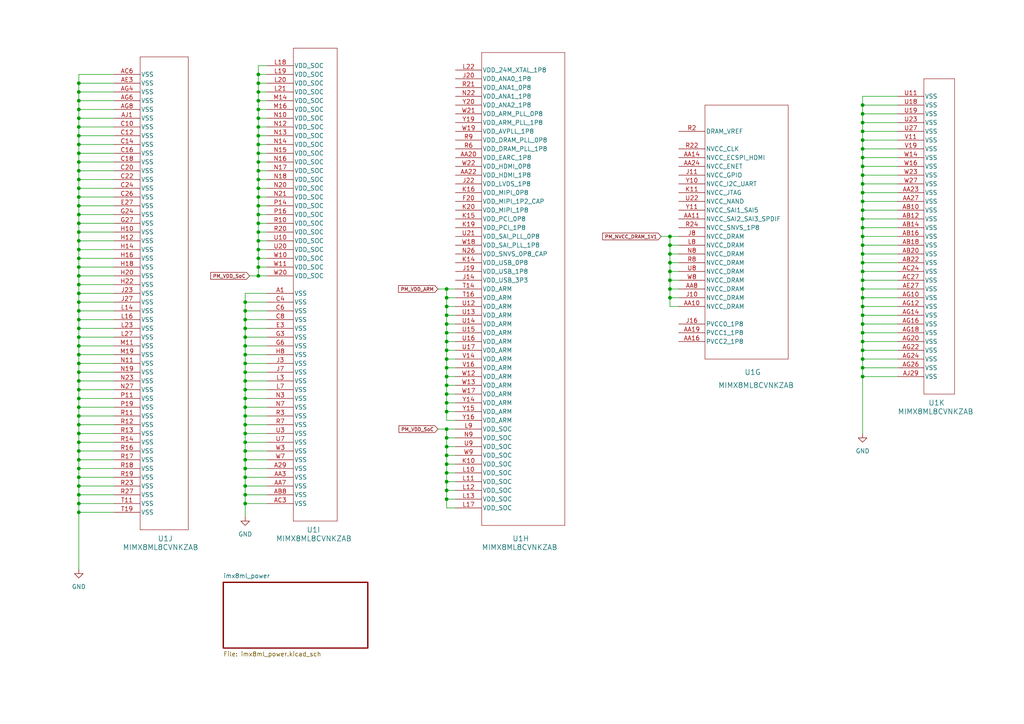
<source format=kicad_sch>
(kicad_sch (version 20230121) (generator eeschema)
  (paper "A4")
  (junction (at 250.19 104.14))
  (junction (at 22.86 49.53))
  (junction (at 74.93 29.21))
  (junction (at 74.93 21.59))
  (junction (at 22.86 97.79))
  (junction (at 250.19 58.42))
  (junction (at 250.19 91.44))
  (junction (at 250.19 88.9))
  (junction (at 250.19 83.82))
  (junction (at 74.93 67.31))
  (junction (at 129.54 93.98))
  (junction (at 250.19 86.36))
  (junction (at 129.54 144.78))
  (junction (at 71.12 110.49))
  (junction (at 74.93 49.53))
  (junction (at 250.19 68.58))
  (junction (at 71.12 100.33))
  (junction (at 22.86 36.83))
  (junction (at 74.93 46.99))
  (junction (at 250.19 109.22))
  (junction (at 22.86 62.23))
  (junction (at 74.93 74.93))
  (junction (at 129.54 86.36))
  (junction (at 22.86 29.21))
  (junction (at 22.86 105.41))
  (junction (at 194.31 76.2))
  (junction (at 71.12 125.73))
  (junction (at 129.54 83.82))
  (junction (at 194.31 83.82))
  (junction (at 250.19 48.26))
  (junction (at 250.19 38.1))
  (junction (at 22.86 110.49))
  (junction (at 129.54 106.68))
  (junction (at 22.86 59.69))
  (junction (at 71.12 113.03))
  (junction (at 129.54 137.16))
  (junction (at 71.12 118.11))
  (junction (at 129.54 127))
  (junction (at 22.86 74.93))
  (junction (at 194.31 73.66))
  (junction (at 250.19 93.98))
  (junction (at 71.12 115.57))
  (junction (at 250.19 63.5))
  (junction (at 71.12 130.81))
  (junction (at 129.54 116.84))
  (junction (at 22.86 140.97))
  (junction (at 22.86 100.33))
  (junction (at 74.93 39.37))
  (junction (at 22.86 95.25))
  (junction (at 194.31 68.58))
  (junction (at 250.19 106.68))
  (junction (at 22.86 102.87))
  (junction (at 71.12 123.19))
  (junction (at 22.86 87.63))
  (junction (at 129.54 101.6))
  (junction (at 250.19 35.56))
  (junction (at 250.19 81.28))
  (junction (at 250.19 60.96))
  (junction (at 22.86 113.03))
  (junction (at 74.93 31.75))
  (junction (at 22.86 57.15))
  (junction (at 71.12 105.41))
  (junction (at 22.86 146.05))
  (junction (at 74.93 52.07))
  (junction (at 250.19 40.64))
  (junction (at 74.93 24.13))
  (junction (at 71.12 140.97))
  (junction (at 74.93 57.15))
  (junction (at 74.93 77.47))
  (junction (at 129.54 96.52))
  (junction (at 22.86 135.89))
  (junction (at 74.93 26.67))
  (junction (at 129.54 124.46))
  (junction (at 22.86 67.31))
  (junction (at 22.86 39.37))
  (junction (at 250.19 55.88))
  (junction (at 250.19 50.8))
  (junction (at 22.86 34.29))
  (junction (at 129.54 88.9))
  (junction (at 22.86 64.77))
  (junction (at 194.31 86.36))
  (junction (at 71.12 128.27))
  (junction (at 129.54 142.24))
  (junction (at 129.54 139.7))
  (junction (at 250.19 71.12))
  (junction (at 250.19 101.6))
  (junction (at 22.86 115.57))
  (junction (at 129.54 134.62))
  (junction (at 71.12 92.71))
  (junction (at 22.86 26.67))
  (junction (at 22.86 107.95))
  (junction (at 22.86 120.65))
  (junction (at 71.12 135.89))
  (junction (at 250.19 76.2))
  (junction (at 22.86 41.91))
  (junction (at 74.93 64.77))
  (junction (at 71.12 143.51))
  (junction (at 74.93 80.01))
  (junction (at 74.93 44.45))
  (junction (at 22.86 44.45))
  (junction (at 74.93 62.23))
  (junction (at 71.12 107.95))
  (junction (at 194.31 81.28))
  (junction (at 74.93 41.91))
  (junction (at 129.54 129.54))
  (junction (at 71.12 95.25))
  (junction (at 22.86 82.55))
  (junction (at 22.86 118.11))
  (junction (at 250.19 99.06))
  (junction (at 194.31 78.74))
  (junction (at 74.93 59.69))
  (junction (at 22.86 77.47))
  (junction (at 71.12 133.35))
  (junction (at 22.86 46.99))
  (junction (at 129.54 119.38))
  (junction (at 71.12 120.65))
  (junction (at 129.54 91.44))
  (junction (at 22.86 138.43))
  (junction (at 250.19 73.66))
  (junction (at 250.19 53.34))
  (junction (at 129.54 132.08))
  (junction (at 250.19 45.72))
  (junction (at 129.54 114.3))
  (junction (at 250.19 78.74))
  (junction (at 71.12 90.17))
  (junction (at 194.31 71.12))
  (junction (at 71.12 102.87))
  (junction (at 22.86 85.09))
  (junction (at 22.86 125.73))
  (junction (at 22.86 133.35))
  (junction (at 74.93 54.61))
  (junction (at 22.86 31.75))
  (junction (at 22.86 90.17))
  (junction (at 250.19 96.52))
  (junction (at 71.12 87.63))
  (junction (at 74.93 36.83))
  (junction (at 22.86 148.59))
  (junction (at 22.86 143.51))
  (junction (at 22.86 92.71))
  (junction (at 22.86 52.07))
  (junction (at 22.86 54.61))
  (junction (at 250.19 43.18))
  (junction (at 22.86 80.01))
  (junction (at 129.54 111.76))
  (junction (at 250.19 66.04))
  (junction (at 22.86 69.85))
  (junction (at 71.12 97.79))
  (junction (at 74.93 34.29))
  (junction (at 74.93 69.85))
  (junction (at 74.93 72.39))
  (junction (at 22.86 24.13))
  (junction (at 22.86 123.19))
  (junction (at 129.54 99.06))
  (junction (at 129.54 104.14))
  (junction (at 250.19 30.48))
  (junction (at 129.54 109.22))
  (junction (at 71.12 138.43))
  (junction (at 250.19 33.02))
  (junction (at 22.86 128.27))
  (junction (at 22.86 72.39))
  (junction (at 71.12 146.05))
  (junction (at 22.86 130.81))
  (wire (pts (xy 250.19 48.26) (xy 250.19 50.8)))
  (wire (pts (xy 22.86 87.63) (xy 22.86 90.17)))
  (wire (pts (xy 129.54 142.24) (xy 132.08 142.24)))
  (wire (pts (xy 77.47 87.63) (xy 71.12 87.63)))
  (wire (pts (xy 74.93 57.15) (xy 74.93 54.61)))
  (wire (pts (xy 33.02 92.71) (xy 22.86 92.71)))
  (wire (pts (xy 74.93 21.59) (xy 77.47 21.59)))
  (wire (pts (xy 129.54 119.38) (xy 132.08 119.38)))
  (wire (pts (xy 71.12 140.97) (xy 71.12 143.51)))
  (wire (pts (xy 260.35 55.88) (xy 250.19 55.88)))
  (wire (pts (xy 33.02 140.97) (xy 22.86 140.97)))
  (wire (pts (xy 77.47 125.73) (xy 71.12 125.73)))
  (wire (pts (xy 74.93 80.01) (xy 74.93 77.47)))
  (wire (pts (xy 129.54 109.22) (xy 129.54 111.76)))
  (wire (pts (xy 250.19 38.1) (xy 250.19 40.64)))
  (wire (pts (xy 260.35 81.28) (xy 250.19 81.28)))
  (wire (pts (xy 77.47 95.25) (xy 71.12 95.25)))
  (wire (pts (xy 129.54 96.52) (xy 132.08 96.52)))
  (wire (pts (xy 194.31 68.58) (xy 194.31 71.12)))
  (wire (pts (xy 129.54 109.22) (xy 132.08 109.22)))
  (wire (pts (xy 22.86 90.17) (xy 22.86 92.71)))
  (wire (pts (xy 71.12 146.05) (xy 71.12 149.86)))
  (wire (pts (xy 22.86 102.87) (xy 22.86 105.41)))
  (wire (pts (xy 129.54 101.6) (xy 132.08 101.6)))
  (wire (pts (xy 194.31 81.28) (xy 196.85 81.28)))
  (wire (pts (xy 260.35 99.06) (xy 250.19 99.06)))
  (wire (pts (xy 260.35 68.58) (xy 250.19 68.58)))
  (wire (pts (xy 260.35 78.74) (xy 250.19 78.74)))
  (wire (pts (xy 33.02 118.11) (xy 22.86 118.11)))
  (wire (pts (xy 71.12 118.11) (xy 71.12 120.65)))
  (wire (pts (xy 129.54 144.78) (xy 129.54 147.32)))
  (wire (pts (xy 129.54 86.36) (xy 129.54 88.9)))
  (wire (pts (xy 74.93 52.07) (xy 77.47 52.07)))
  (wire (pts (xy 33.02 87.63) (xy 22.86 87.63)))
  (wire (pts (xy 22.86 128.27) (xy 22.86 130.81)))
  (wire (pts (xy 260.35 106.68) (xy 250.19 106.68)))
  (wire (pts (xy 22.86 49.53) (xy 22.86 52.07)))
  (wire (pts (xy 260.35 38.1) (xy 250.19 38.1)))
  (wire (pts (xy 33.02 36.83) (xy 22.86 36.83)))
  (wire (pts (xy 250.19 40.64) (xy 250.19 43.18)))
  (wire (pts (xy 250.19 45.72) (xy 250.19 48.26)))
  (wire (pts (xy 129.54 132.08) (xy 129.54 134.62)))
  (wire (pts (xy 129.54 88.9) (xy 132.08 88.9)))
  (wire (pts (xy 33.02 69.85) (xy 22.86 69.85)))
  (wire (pts (xy 194.31 78.74) (xy 194.31 81.28)))
  (wire (pts (xy 129.54 106.68) (xy 129.54 109.22)))
  (wire (pts (xy 22.86 36.83) (xy 22.86 39.37)))
  (wire (pts (xy 22.86 146.05) (xy 22.86 148.59)))
  (wire (pts (xy 33.02 143.51) (xy 22.86 143.51)))
  (wire (pts (xy 33.02 64.77) (xy 22.86 64.77)))
  (wire (pts (xy 260.35 83.82) (xy 250.19 83.82)))
  (wire (pts (xy 250.19 109.22) (xy 250.19 125.73)))
  (wire (pts (xy 260.35 53.34) (xy 250.19 53.34)))
  (wire (pts (xy 33.02 138.43) (xy 22.86 138.43)))
  (wire (pts (xy 250.19 88.9) (xy 250.19 91.44)))
  (wire (pts (xy 33.02 107.95) (xy 22.86 107.95)))
  (wire (pts (xy 260.35 93.98) (xy 250.19 93.98)))
  (wire (pts (xy 22.86 92.71) (xy 22.86 95.25)))
  (wire (pts (xy 71.12 90.17) (xy 71.12 92.71)))
  (wire (pts (xy 194.31 76.2) (xy 194.31 78.74)))
  (wire (pts (xy 74.93 26.67) (xy 77.47 26.67)))
  (wire (pts (xy 194.31 78.74) (xy 196.85 78.74)))
  (wire (pts (xy 22.86 95.25) (xy 22.86 97.79)))
  (wire (pts (xy 260.35 76.2) (xy 250.19 76.2)))
  (wire (pts (xy 33.02 74.93) (xy 22.86 74.93)))
  (wire (pts (xy 71.12 123.19) (xy 71.12 125.73)))
  (wire (pts (xy 71.12 107.95) (xy 71.12 110.49)))
  (wire (pts (xy 74.93 44.45) (xy 77.47 44.45)))
  (wire (pts (xy 71.12 95.25) (xy 71.12 97.79)))
  (wire (pts (xy 74.93 46.99) (xy 77.47 46.99)))
  (wire (pts (xy 74.93 36.83) (xy 74.93 34.29)))
  (wire (pts (xy 33.02 77.47) (xy 22.86 77.47)))
  (wire (pts (xy 22.86 123.19) (xy 22.86 125.73)))
  (wire (pts (xy 33.02 123.19) (xy 22.86 123.19)))
  (wire (pts (xy 22.86 72.39) (xy 22.86 74.93)))
  (wire (pts (xy 129.54 91.44) (xy 132.08 91.44)))
  (wire (pts (xy 194.31 88.9) (xy 196.85 88.9)))
  (wire (pts (xy 33.02 113.03) (xy 22.86 113.03)))
  (wire (pts (xy 129.54 137.16) (xy 129.54 139.7)))
  (wire (pts (xy 33.02 97.79) (xy 22.86 97.79)))
  (wire (pts (xy 74.93 59.69) (xy 74.93 57.15)))
  (wire (pts (xy 33.02 26.67) (xy 22.86 26.67)))
  (wire (pts (xy 250.19 27.94) (xy 250.19 30.48)))
  (wire (pts (xy 129.54 127) (xy 129.54 129.54)))
  (wire (pts (xy 22.86 67.31) (xy 22.86 69.85)))
  (wire (pts (xy 22.86 113.03) (xy 22.86 115.57)))
  (wire (pts (xy 250.19 63.5) (xy 250.19 66.04)))
  (wire (pts (xy 191.77 68.58) (xy 194.31 68.58)))
  (wire (pts (xy 74.93 36.83) (xy 77.47 36.83)))
  (wire (pts (xy 129.54 83.82) (xy 129.54 86.36)))
  (wire (pts (xy 33.02 21.59) (xy 22.86 21.59)))
  (wire (pts (xy 194.31 81.28) (xy 194.31 83.82)))
  (wire (pts (xy 71.12 97.79) (xy 71.12 100.33)))
  (wire (pts (xy 260.35 96.52) (xy 250.19 96.52)))
  (wire (pts (xy 74.93 67.31) (xy 77.47 67.31)))
  (wire (pts (xy 260.35 35.56) (xy 250.19 35.56)))
  (wire (pts (xy 77.47 102.87) (xy 71.12 102.87)))
  (wire (pts (xy 33.02 41.91) (xy 22.86 41.91)))
  (wire (pts (xy 22.86 54.61) (xy 22.86 57.15)))
  (wire (pts (xy 77.47 146.05) (xy 71.12 146.05)))
  (wire (pts (xy 260.35 43.18) (xy 250.19 43.18)))
  (wire (pts (xy 74.93 77.47) (xy 74.93 74.93)))
  (wire (pts (xy 129.54 147.32) (xy 132.08 147.32)))
  (wire (pts (xy 74.93 29.21) (xy 77.47 29.21)))
  (wire (pts (xy 74.93 49.53) (xy 74.93 46.99)))
  (wire (pts (xy 129.54 144.78) (xy 132.08 144.78)))
  (wire (pts (xy 129.54 142.24) (xy 129.54 144.78)))
  (wire (pts (xy 74.93 26.67) (xy 74.93 24.13)))
  (wire (pts (xy 194.31 73.66) (xy 194.31 76.2)))
  (wire (pts (xy 74.93 39.37) (xy 77.47 39.37)))
  (wire (pts (xy 71.12 138.43) (xy 71.12 140.97)))
  (wire (pts (xy 33.02 125.73) (xy 22.86 125.73)))
  (wire (pts (xy 74.93 24.13) (xy 77.47 24.13)))
  (wire (pts (xy 129.54 139.7) (xy 129.54 142.24)))
  (wire (pts (xy 74.93 72.39) (xy 74.93 69.85)))
  (wire (pts (xy 194.31 83.82) (xy 196.85 83.82)))
  (wire (pts (xy 77.47 123.19) (xy 71.12 123.19)))
  (wire (pts (xy 74.93 59.69) (xy 77.47 59.69)))
  (wire (pts (xy 33.02 34.29) (xy 22.86 34.29)))
  (wire (pts (xy 194.31 86.36) (xy 194.31 88.9)))
  (wire (pts (xy 74.93 24.13) (xy 74.93 21.59)))
  (wire (pts (xy 250.19 60.96) (xy 250.19 63.5)))
  (wire (pts (xy 129.54 129.54) (xy 132.08 129.54)))
  (wire (pts (xy 22.86 41.91) (xy 22.86 44.45)))
  (wire (pts (xy 33.02 130.81) (xy 22.86 130.81)))
  (wire (pts (xy 250.19 101.6) (xy 250.19 104.14)))
  (wire (pts (xy 74.93 69.85) (xy 77.47 69.85)))
  (wire (pts (xy 22.86 143.51) (xy 22.86 146.05)))
  (wire (pts (xy 250.19 78.74) (xy 250.19 81.28)))
  (wire (pts (xy 260.35 73.66) (xy 250.19 73.66)))
  (wire (pts (xy 129.54 116.84) (xy 129.54 119.38)))
  (wire (pts (xy 260.35 30.48) (xy 250.19 30.48)))
  (wire (pts (xy 77.47 113.03) (xy 71.12 113.03)))
  (wire (pts (xy 33.02 46.99) (xy 22.86 46.99)))
  (wire (pts (xy 33.02 52.07) (xy 22.86 52.07)))
  (wire (pts (xy 260.35 104.14) (xy 250.19 104.14)))
  (wire (pts (xy 129.54 137.16) (xy 132.08 137.16)))
  (wire (pts (xy 74.93 62.23) (xy 74.93 59.69)))
  (wire (pts (xy 33.02 57.15) (xy 22.86 57.15)))
  (wire (pts (xy 129.54 124.46) (xy 132.08 124.46)))
  (wire (pts (xy 33.02 24.13) (xy 22.86 24.13)))
  (wire (pts (xy 260.35 45.72) (xy 250.19 45.72)))
  (wire (pts (xy 129.54 93.98) (xy 129.54 96.52)))
  (wire (pts (xy 77.47 110.49) (xy 71.12 110.49)))
  (wire (pts (xy 129.54 114.3) (xy 129.54 116.84)))
  (wire (pts (xy 74.93 62.23) (xy 77.47 62.23)))
  (wire (pts (xy 194.31 76.2) (xy 196.85 76.2)))
  (wire (pts (xy 129.54 106.68) (xy 132.08 106.68)))
  (wire (pts (xy 71.12 102.87) (xy 71.12 105.41)))
  (wire (pts (xy 250.19 30.48) (xy 250.19 33.02)))
  (wire (pts (xy 129.54 104.14) (xy 132.08 104.14)))
  (wire (pts (xy 77.47 107.95) (xy 71.12 107.95)))
  (wire (pts (xy 194.31 73.66) (xy 196.85 73.66)))
  (wire (pts (xy 250.19 104.14) (xy 250.19 106.68)))
  (wire (pts (xy 71.12 130.81) (xy 71.12 133.35)))
  (wire (pts (xy 129.54 104.14) (xy 129.54 106.68)))
  (wire (pts (xy 22.86 39.37) (xy 22.86 41.91)))
  (wire (pts (xy 260.35 86.36) (xy 250.19 86.36)))
  (wire (pts (xy 33.02 54.61) (xy 22.86 54.61)))
  (wire (pts (xy 22.86 62.23) (xy 22.86 64.77)))
  (wire (pts (xy 74.93 41.91) (xy 74.93 39.37)))
  (wire (pts (xy 74.93 21.59) (xy 74.93 19.05)))
  (wire (pts (xy 22.86 120.65) (xy 22.86 123.19)))
  (wire (pts (xy 71.12 143.51) (xy 71.12 146.05)))
  (wire (pts (xy 33.02 39.37) (xy 22.86 39.37)))
  (wire (pts (xy 22.86 118.11) (xy 22.86 120.65)))
  (wire (pts (xy 74.93 34.29) (xy 77.47 34.29)))
  (wire (pts (xy 74.93 46.99) (xy 74.93 44.45)))
  (wire (pts (xy 22.86 34.29) (xy 22.86 36.83)))
  (wire (pts (xy 33.02 49.53) (xy 22.86 49.53)))
  (wire (pts (xy 71.12 125.73) (xy 71.12 128.27)))
  (wire (pts (xy 129.54 86.36) (xy 132.08 86.36)))
  (wire (pts (xy 74.93 74.93) (xy 74.93 72.39)))
  (wire (pts (xy 129.54 114.3) (xy 132.08 114.3)))
  (wire (pts (xy 77.47 85.09) (xy 71.12 85.09)))
  (wire (pts (xy 33.02 29.21) (xy 22.86 29.21)))
  (wire (pts (xy 74.93 31.75) (xy 74.93 29.21)))
  (wire (pts (xy 260.35 91.44) (xy 250.19 91.44)))
  (wire (pts (xy 22.86 59.69) (xy 22.86 62.23)))
  (wire (pts (xy 129.54 119.38) (xy 129.54 121.92)))
  (wire (pts (xy 77.47 118.11) (xy 71.12 118.11)))
  (wire (pts (xy 71.12 87.63) (xy 71.12 90.17)))
  (wire (pts (xy 71.12 113.03) (xy 71.12 115.57)))
  (wire (pts (xy 260.35 27.94) (xy 250.19 27.94)))
  (wire (pts (xy 33.02 90.17) (xy 22.86 90.17)))
  (wire (pts (xy 71.12 92.71) (xy 71.12 95.25)))
  (wire (pts (xy 74.93 64.77) (xy 77.47 64.77)))
  (wire (pts (xy 260.35 58.42) (xy 250.19 58.42)))
  (wire (pts (xy 194.31 83.82) (xy 194.31 86.36)))
  (wire (pts (xy 74.93 80.01) (xy 77.47 80.01)))
  (wire (pts (xy 71.12 85.09) (xy 71.12 87.63)))
  (wire (pts (xy 74.93 72.39) (xy 77.47 72.39)))
  (wire (pts (xy 74.93 57.15) (xy 77.47 57.15)))
  (wire (pts (xy 22.86 110.49) (xy 22.86 113.03)))
  (wire (pts (xy 250.19 35.56) (xy 250.19 38.1)))
  (wire (pts (xy 22.86 135.89) (xy 22.86 138.43)))
  (wire (pts (xy 129.54 139.7) (xy 132.08 139.7)))
  (wire (pts (xy 33.02 148.59) (xy 22.86 148.59)))
  (wire (pts (xy 129.54 93.98) (xy 132.08 93.98)))
  (wire (pts (xy 33.02 67.31) (xy 22.86 67.31)))
  (wire (pts (xy 33.02 95.25) (xy 22.86 95.25)))
  (wire (pts (xy 129.54 134.62) (xy 129.54 137.16)))
  (wire (pts (xy 22.86 69.85) (xy 22.86 72.39)))
  (wire (pts (xy 250.19 50.8) (xy 250.19 53.34)))
  (wire (pts (xy 260.35 66.04) (xy 250.19 66.04)))
  (wire (pts (xy 33.02 82.55) (xy 22.86 82.55)))
  (wire (pts (xy 74.93 74.93) (xy 77.47 74.93)))
  (wire (pts (xy 250.19 73.66) (xy 250.19 76.2)))
  (wire (pts (xy 250.19 96.52) (xy 250.19 99.06)))
  (wire (pts (xy 71.12 115.57) (xy 71.12 118.11)))
  (wire (pts (xy 250.19 33.02) (xy 250.19 35.56)))
  (wire (pts (xy 33.02 102.87) (xy 22.86 102.87)))
  (wire (pts (xy 74.93 54.61) (xy 77.47 54.61)))
  (wire (pts (xy 77.47 143.51) (xy 71.12 143.51)))
  (wire (pts (xy 33.02 135.89) (xy 22.86 135.89)))
  (wire (pts (xy 260.35 50.8) (xy 250.19 50.8)))
  (wire (pts (xy 74.93 49.53) (xy 77.47 49.53)))
  (wire (pts (xy 260.35 48.26) (xy 250.19 48.26)))
  (wire (pts (xy 71.12 120.65) (xy 71.12 123.19)))
  (wire (pts (xy 22.86 52.07) (xy 22.86 54.61)))
  (wire (pts (xy 22.86 138.43) (xy 22.86 140.97)))
  (wire (pts (xy 250.19 99.06) (xy 250.19 101.6)))
  (wire (pts (xy 33.02 110.49) (xy 22.86 110.49)))
  (wire (pts (xy 250.19 86.36) (xy 250.19 88.9)))
  (wire (pts (xy 127 124.46) (xy 129.54 124.46)))
  (wire (pts (xy 77.47 90.17) (xy 71.12 90.17)))
  (wire (pts (xy 77.47 41.91) (xy 74.93 41.91)))
  (wire (pts (xy 77.47 97.79) (xy 71.12 97.79)))
  (wire (pts (xy 77.47 92.71) (xy 71.12 92.71)))
  (wire (pts (xy 71.12 100.33) (xy 71.12 102.87)))
  (wire (pts (xy 129.54 134.62) (xy 132.08 134.62)))
  (wire (pts (xy 74.93 39.37) (xy 74.93 36.83)))
  (wire (pts (xy 194.31 68.58) (xy 196.85 68.58)))
  (wire (pts (xy 250.19 81.28) (xy 250.19 83.82)))
  (wire (pts (xy 77.47 135.89) (xy 71.12 135.89)))
  (wire (pts (xy 260.35 40.64) (xy 250.19 40.64)))
  (wire (pts (xy 72.39 80.01) (xy 74.93 80.01)))
  (wire (pts (xy 22.86 140.97) (xy 22.86 143.51)))
  (wire (pts (xy 194.31 71.12) (xy 196.85 71.12)))
  (wire (pts (xy 22.86 133.35) (xy 22.86 135.89)))
  (wire (pts (xy 22.86 105.41) (xy 22.86 107.95)))
  (wire (pts (xy 74.93 44.45) (xy 74.93 41.91)))
  (wire (pts (xy 129.54 96.52) (xy 129.54 99.06)))
  (wire (pts (xy 71.12 105.41) (xy 71.12 107.95)))
  (wire (pts (xy 74.93 77.47) (xy 77.47 77.47)))
  (wire (pts (xy 22.86 26.67) (xy 22.86 29.21)))
  (wire (pts (xy 33.02 59.69) (xy 22.86 59.69)))
  (wire (pts (xy 77.47 105.41) (xy 71.12 105.41)))
  (wire (pts (xy 33.02 62.23) (xy 22.86 62.23)))
  (wire (pts (xy 33.02 85.09) (xy 22.86 85.09)))
  (wire (pts (xy 74.93 64.77) (xy 74.93 67.31)))
  (wire (pts (xy 22.86 130.81) (xy 22.86 133.35)))
  (wire (pts (xy 71.12 133.35) (xy 71.12 135.89)))
  (wire (pts (xy 33.02 80.01) (xy 22.86 80.01)))
  (wire (pts (xy 33.02 31.75) (xy 22.86 31.75)))
  (wire (pts (xy 22.86 107.95) (xy 22.86 110.49)))
  (wire (pts (xy 74.93 34.29) (xy 74.93 31.75)))
  (wire (pts (xy 22.86 46.99) (xy 22.86 49.53)))
  (wire (pts (xy 22.86 115.57) (xy 22.86 118.11)))
  (wire (pts (xy 33.02 105.41) (xy 22.86 105.41)))
  (wire (pts (xy 33.02 133.35) (xy 22.86 133.35)))
  (wire (pts (xy 77.47 19.05) (xy 74.93 19.05)))
  (wire (pts (xy 71.12 110.49) (xy 71.12 113.03)))
  (wire (pts (xy 77.47 133.35) (xy 71.12 133.35)))
  (wire (pts (xy 260.35 101.6) (xy 250.19 101.6)))
  (wire (pts (xy 250.19 83.82) (xy 250.19 86.36)))
  (wire (pts (xy 33.02 44.45) (xy 22.86 44.45)))
  (wire (pts (xy 22.86 82.55) (xy 22.86 85.09)))
  (wire (pts (xy 129.54 99.06) (xy 129.54 101.6)))
  (wire (pts (xy 250.19 58.42) (xy 250.19 60.96)))
  (wire (pts (xy 22.86 77.47) (xy 22.86 80.01)))
  (wire (pts (xy 260.35 63.5) (xy 250.19 63.5)))
  (wire (pts (xy 33.02 72.39) (xy 22.86 72.39)))
  (wire (pts (xy 250.19 43.18) (xy 250.19 45.72)))
  (wire (pts (xy 22.86 97.79) (xy 22.86 100.33)))
  (wire (pts (xy 33.02 120.65) (xy 22.86 120.65)))
  (wire (pts (xy 77.47 130.81) (xy 71.12 130.81)))
  (wire (pts (xy 22.86 74.93) (xy 22.86 77.47)))
  (wire (pts (xy 250.19 55.88) (xy 250.19 58.42)))
  (wire (pts (xy 260.35 71.12) (xy 250.19 71.12)))
  (wire (pts (xy 250.19 66.04) (xy 250.19 68.58)))
  (wire (pts (xy 33.02 146.05) (xy 22.86 146.05)))
  (wire (pts (xy 129.54 132.08) (xy 132.08 132.08)))
  (wire (pts (xy 71.12 135.89) (xy 71.12 138.43)))
  (wire (pts (xy 77.47 138.43) (xy 71.12 138.43)))
  (wire (pts (xy 33.02 100.33) (xy 22.86 100.33)))
  (wire (pts (xy 74.93 54.61) (xy 74.93 52.07)))
  (wire (pts (xy 260.35 33.02) (xy 250.19 33.02)))
  (wire (pts (xy 260.35 109.22) (xy 250.19 109.22)))
  (wire (pts (xy 129.54 127) (xy 132.08 127)))
  (wire (pts (xy 33.02 128.27) (xy 22.86 128.27)))
  (wire (pts (xy 74.93 31.75) (xy 77.47 31.75)))
  (wire (pts (xy 250.19 68.58) (xy 250.19 71.12)))
  (wire (pts (xy 129.54 83.82) (xy 132.08 83.82)))
  (wire (pts (xy 129.54 111.76) (xy 132.08 111.76)))
  (wire (pts (xy 250.19 53.34) (xy 250.19 55.88)))
  (wire (pts (xy 22.86 24.13) (xy 22.86 26.67)))
  (wire (pts (xy 22.86 64.77) (xy 22.86 67.31)))
  (wire (pts (xy 22.86 44.45) (xy 22.86 46.99)))
  (wire (pts (xy 22.86 29.21) (xy 22.86 31.75)))
  (wire (pts (xy 74.93 29.21) (xy 74.93 26.67)))
  (wire (pts (xy 74.93 52.07) (xy 74.93 49.53)))
  (wire (pts (xy 74.93 69.85) (xy 74.93 67.31)))
  (wire (pts (xy 77.47 115.57) (xy 71.12 115.57)))
  (wire (pts (xy 194.31 71.12) (xy 194.31 73.66)))
  (wire (pts (xy 22.86 31.75) (xy 22.86 34.29)))
  (wire (pts (xy 129.54 91.44) (xy 129.54 93.98)))
  (wire (pts (xy 22.86 100.33) (xy 22.86 102.87)))
  (wire (pts (xy 77.47 100.33) (xy 71.12 100.33)))
  (wire (pts (xy 22.86 125.73) (xy 22.86 128.27)))
  (wire (pts (xy 71.12 128.27) (xy 71.12 130.81)))
  (wire (pts (xy 129.54 129.54) (xy 129.54 132.08)))
  (wire (pts (xy 250.19 71.12) (xy 250.19 73.66)))
  (wire (pts (xy 77.47 140.97) (xy 71.12 140.97)))
  (wire (pts (xy 250.19 91.44) (xy 250.19 93.98)))
  (wire (pts (xy 250.19 106.68) (xy 250.19 109.22)))
  (wire (pts (xy 129.54 116.84) (xy 132.08 116.84)))
  (wire (pts (xy 22.86 148.59) (xy 22.86 165.1)))
  (wire (pts (xy 129.54 101.6) (xy 129.54 104.14)))
  (wire (pts (xy 129.54 124.46) (xy 129.54 127)))
  (wire (pts (xy 129.54 99.06) (xy 132.08 99.06)))
  (wire (pts (xy 129.54 88.9) (xy 129.54 91.44)))
  (wire (pts (xy 250.19 93.98) (xy 250.19 96.52)))
  (wire (pts (xy 33.02 115.57) (xy 22.86 115.57)))
  (wire (pts (xy 22.86 80.01) (xy 22.86 82.55)))
  (wire (pts (xy 77.47 120.65) (xy 71.12 120.65)))
  (wire (pts (xy 74.93 62.23) (xy 74.93 64.77)))
  (wire (pts (xy 194.31 86.36) (xy 196.85 86.36)))
  (wire (pts (xy 22.86 21.59) (xy 22.86 24.13)))
  (wire (pts (xy 250.19 76.2) (xy 250.19 78.74)))
  (wire (pts (xy 22.86 85.09) (xy 22.86 87.63)))
  (wire (pts (xy 77.47 128.27) (xy 71.12 128.27)))
  (wire (pts (xy 129.54 121.92) (xy 132.08 121.92)))
  (wire (pts (xy 22.86 57.15) (xy 22.86 59.69)))
  (wire (pts (xy 127 83.82) (xy 129.54 83.82)))
  (wire (pts (xy 129.54 111.76) (xy 129.54 114.3)))
  (wire (pts (xy 260.35 88.9) (xy 250.19 88.9)))
  (wire (pts (xy 260.35 60.96) (xy 250.19 60.96)))
  (global_label "PM_VDD_ARM" (shape input) (at 127 83.82 180) (effects (font (size 1 1))) (property "Intersheetrefs" "${INTERSHEET_REFS}" (effects hide)))
  (global_label "PM_NVCC_DRAM_1V1" (shape input) (at 191.77 68.58 180) (effects (font (size 1 1))) (property "Intersheetrefs" "${INTERSHEET_REFS}" (effects hide)))
  (global_label "PM_VDD_SoC" (shape input) (at 127 124.46 180) (effects (font (size 1 1))) (property "Intersheetrefs" "${INTERSHEET_REFS}" (effects hide)))
  (global_label "PM_VDD_SoC" (shape input) (at 72.39 80.01 180) (effects (font (size 1 1))) (property "Intersheetrefs" "${INTERSHEET_REFS}" (effects hide)))
  (symbol (lib_id "MIMX8ML8CVNKZAB:MIMX8ML8CVNKZAB") (at 260.35 27.94 0) (unit 11)
    (property "Reference" "U1" (at 269.24 116.84 0) (effects (font (size 1.524 1.524)) (justify left)))
    (property "Value" "MIMX8ML8CVNKZAB" (at 260.35 119.38 0) (effects (font (size 1.524 1.524)) (justify left)))
    (property "Footprint" "LFBGA548_SOT2047-1_NXP" (effects hide))
    (property "Datasheet" "MIMX8ML8CVNKZAB" (effects hide))
  )
  (symbol (lib_id "power:GND") (at 22.86 165.1 0) (unit 1)
    (property "Reference" "#PWR01" (effects hide))
    (property "Value" "GND" (at 22.86 170.18 0))
    (instances (project "IMX8ML_plus" (path "" (reference "#PWR01") (unit 1)) (path "" (reference "#PWR02") (unit 1))))
  )
  (symbol (lib_id "MIMX8ML8CVNKZAB:MIMX8ML8CVNKZAB") (at 33.02 21.59 0) (unit 10)
    (property "Reference" "U1" (at 45.72 156.21 0) (effects (font (size 1.524 1.524)) (justify left)))
    (property "Value" "MIMX8ML8CVNKZAB" (at 35.56 158.75 0) (effects (font (size 1.524 1.524)) (justify left)))
    (property "Footprint" "LFBGA548_SOT2047-1_NXP" (effects hide))
    (property "Datasheet" "MIMX8ML8CVNKZAB" (effects hide))
  )
  (symbol (lib_id "MIMX8ML8CVNKZAB:MIMX8ML8CVNKZAB") (at 196.85 38.1 0) (unit 7)
    (property "Reference" "U1" (at 215.9 107.95 0) (effects (font (size 1.524 1.524)) (justify left)))
    (property "Value" "MIMX8ML8CVNKZAB" (at 208.28 111.76 0) (effects (font (size 1.524 1.524)) (justify left)))
    (property "Footprint" "LFBGA548_SOT2047-1_NXP" (effects hide))
    (property "Datasheet" "MIMX8ML8CVNKZAB" (effects hide))
  )
  (symbol (lib_id "MIMX8ML8CVNKZAB:MIMX8ML8CVNKZAB") (at 132.08 20.32 0) (unit 8)
    (property "Reference" "U1" (at 148.59 156.21 0) (effects (font (size 1.524 1.524)) (justify left)))
    (property "Value" "MIMX8ML8CVNKZAB" (at 139.7 158.75 0) (effects (font (size 1.524 1.524)) (justify left)))
    (property "Footprint" "LFBGA548_SOT2047-1_NXP" (effects hide))
    (property "Datasheet" "MIMX8ML8CVNKZAB" (effects hide))
  )
  (symbol (lib_id "power:GND") (at 71.12 149.86 0) (unit 1)
    (property "Reference" "#PWR03" (effects hide))
    (property "Value" "GND" (at 71.12 154.94 0))
  )
  (symbol (lib_id "power:GND") (at 250.19 125.73 0) (unit 1)
    (property "Reference" "#PWR02" (effects hide))
    (property "Value" "GND" (at 250.19 130.81 0))
    (instances (project "IMX8ML_plus" (path "" (reference "#PWR02") (unit 1)) (path "" (reference "#PWR01") (unit 1))))
  )
  (symbol (lib_id "MIMX8ML8CVNKZAB:MIMX8ML8CVNKZAB") (at 77.47 19.05 0) (unit 9)
    (property "Reference" "U1" (at 88.9 153.67 0) (effects (font (size 1.524 1.524)) (justify left)))
    (property "Value" "MIMX8ML8CVNKZAB" (at 80.01 156.21 0) (effects (font (size 1.524 1.524)) (justify left)))
    (property "Footprint" "LFBGA548_SOT2047-1_NXP" (effects hide))
    (property "Datasheet" "MIMX8ML8CVNKZAB" (effects hide))
  )
  (sheet (at 64.77 168.91) (size 41.91 19.05) (stroke (width 0.327))
    (property "Sheetname" "imx8ml_power" (at 64.77 167.7746 0) (effects (justify left bottom)))
    (property "Sheetfile" "imx8ml_power.kicad_sch" (at 64.77 188.9684 0) (effects (justify left top)))
  )
)
</source>
